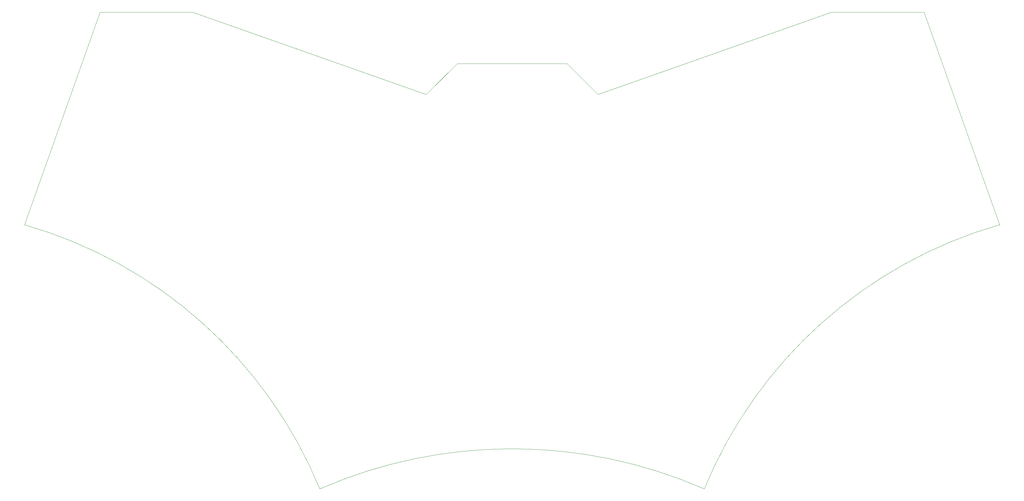
<source format=gbr>
%TF.GenerationSoftware,KiCad,Pcbnew,(7.0.0)*%
%TF.CreationDate,2023-03-24T16:17:47-04:00*%
%TF.ProjectId,pteropus,70746572-6f70-4757-932e-6b696361645f,rev?*%
%TF.SameCoordinates,Original*%
%TF.FileFunction,Profile,NP*%
%FSLAX46Y46*%
G04 Gerber Fmt 4.6, Leading zero omitted, Abs format (unit mm)*
G04 Created by KiCad (PCBNEW (7.0.0)) date 2023-03-24 16:17:47*
%MOMM*%
%LPD*%
G01*
G04 APERTURE LIST*
%TA.AperFunction,Profile*%
%ADD10C,0.100000*%
%TD*%
G04 APERTURE END LIST*
D10*
X-93000000Y19000000D02*
X-120000000Y19000000D01*
X56000000Y-120000001D02*
G75*
G03*
X-56000000Y-120000001I-56000000J-128230647D01*
G01*
X120000000Y19000000D02*
X142000000Y-43000000D01*
X93000000Y19000000D02*
X120000000Y19000000D01*
X25000000Y-5000000D02*
X16000000Y4000000D01*
X-93000000Y19000000D02*
X-25000000Y-5000000D01*
X142000000Y-43000001D02*
G75*
G03*
X56000000Y-120000000I36590960J-127393799D01*
G01*
X-16000000Y4000000D02*
X16000000Y4000000D01*
X-25000000Y-5000000D02*
X-16000000Y4000000D01*
X-56000001Y-120000000D02*
G75*
G03*
X-142000000Y-43000001I-122590963J-50393804D01*
G01*
X-120000000Y19000000D02*
X-142000000Y-43000000D01*
X25000000Y-5000000D02*
X93000000Y19000000D01*
M02*

</source>
